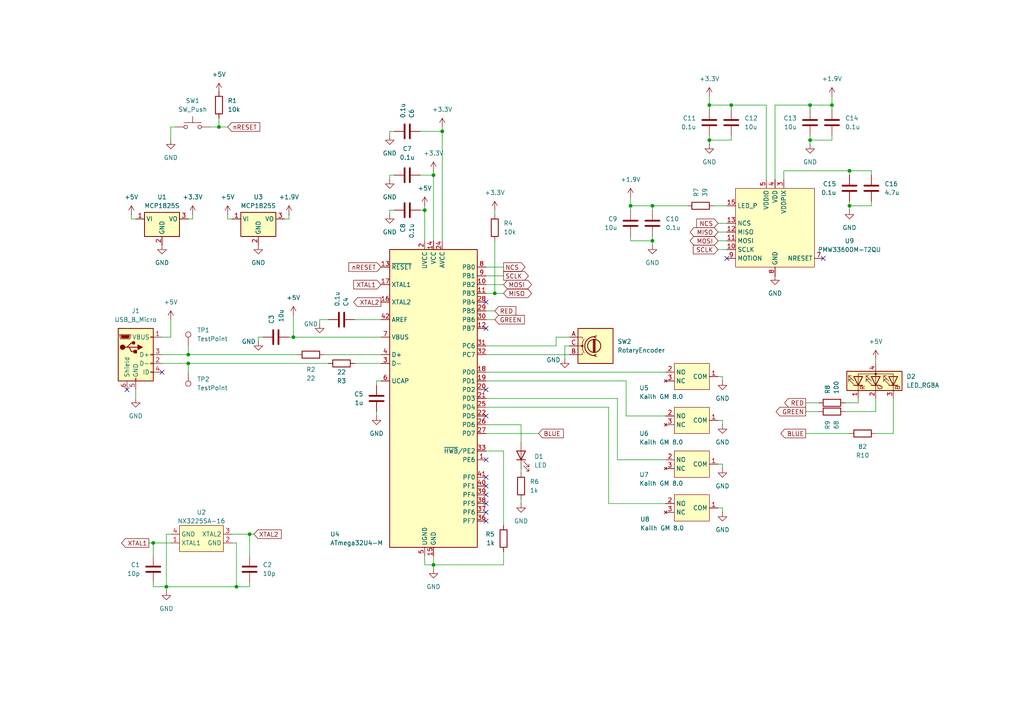
<source format=kicad_sch>
(kicad_sch (version 20231120) (generator "eeschema") (generator_version "8.0")
  (paper "A4")
  (lib_symbols
    (symbol "Connector:TestPoint" (pin_numbers hide) (pin_names (offset 0.762) hide)
      (property "Reference" "TP" (at 0 6.858 0))
      (property "Value" "TestPoint" (at 0 5.08 0))
      (symbol "TestPoint_0_1"
        (circle (center 0 3.302) (radius 0.762))
      )
      (symbol "TestPoint_1_1"
        (pin passive line (at 0 0 90) (length 2.54) (name "1") (number "1"))
      )
    )
    (symbol "Connector:USB_B_Micro" (pin_names (offset 1.016))
      (property "Reference" "J" (at -5.08 11.43 0))
      (property "Value" "USB_B_Micro" (at -5.08 8.89 0))
      (symbol "USB_B_Micro_0_1"
        (rectangle (start -5.08 -7.62) (end 5.08 7.62) (stroke (width 0.254)) (fill (type background)))
        (circle (center -3.81 2.159) (radius 0.635) (stroke (width 0.254)) (fill (type outline)))
        (circle (center -0.635 3.429) (radius 0.381) (stroke (width 0.254)) (fill (type outline)))
        (rectangle (start -0.127 -7.62) (end 0.127 -6.858))
        (polyline (pts (xy -1.905 2.159) (xy 0.635 2.159)) (stroke (width 0.254)))
        (polyline (pts (xy -3.175 2.159) (xy -2.54 2.159) (xy -1.27 3.429) (xy -0.635 3.429)) (stroke (width 0.254)))
        (polyline (pts (xy -2.54 2.159) (xy -1.905 2.159) (xy -1.27 0.889) (xy 0 0.889)) (stroke (width 0.254)))
        (polyline (pts (xy 0.635 2.794) (xy 0.635 1.524) (xy 1.905 2.159) (xy 0.635 2.794)) (stroke (width 0.254)) (fill (type outline)))
        (polyline (pts (xy -4.318 5.588) (xy -1.778 5.588) (xy -2.032 4.826) (xy -4.064 4.826) (xy -4.318 5.588)) (fill (type outline)))
        (polyline (pts (xy -4.699 5.842) (xy -4.699 5.588) (xy -4.445 4.826) (xy -4.445 4.572) (xy -1.651 4.572) (xy -1.651 4.826) (xy -1.397 5.588) (xy -1.397 5.842) (xy -4.699 5.842)))
        (rectangle (start 0.254 1.27) (end -0.508 0.508) (stroke (width 0.254)) (fill (type outline)))
        (rectangle (start 5.08 -5.207) (end 4.318 -4.953))
        (rectangle (start 5.08 -2.667) (end 4.318 -2.413))
        (rectangle (start 5.08 -0.127) (end 4.318 0.127))
        (rectangle (start 5.08 4.953) (end 4.318 5.207))
      )
      (symbol "USB_B_Micro_1_1"
        (pin power_out line (at 7.62 5.08 180) (length 2.54) (name "VBUS") (number "1"))
        (pin bidirectional line (at 7.62 -2.54 180) (length 2.54) (name "D-") (number "2"))
        (pin bidirectional line (at 7.62 0 180) (length 2.54) (name "D+") (number "3"))
        (pin passive line (at 7.62 -5.08 180) (length 2.54) (name "ID") (number "4"))
        (pin power_out line (at 0 -10.16 90) (length 2.54) (name "GND") (number "5"))
        (pin passive line (at -2.54 -10.16 90) (length 2.54) (name "Shield") (number "6"))
      )
    )
    (symbol "Device:C" (pin_numbers hide) (pin_names (offset 0.254))
      (property "Reference" "C" (at 0.635 2.54 0))
      (property "Value" "C" (at 0.635 -2.54 0))
      (symbol "C_0_1"
        (polyline (pts (xy -2.032 -0.762) (xy 2.032 -0.762)) (stroke (width 0.508)))
        (polyline (pts (xy -2.032 0.762) (xy 2.032 0.762)) (stroke (width 0.508)))
      )
      (symbol "C_1_1"
        (pin passive line (at 0 3.81 270) (length 2.794) (name "~") (number "1"))
        (pin passive line (at 0 -3.81 90) (length 2.794) (name "~") (number "2"))
      )
    )
    (symbol "Device:LED" (pin_numbers hide) (pin_names (offset 1.016) hide)
      (property "Reference" "D" (at 0 2.54 0))
      (property "Value" "LED" (at 0 -2.54 0))
      (symbol "LED_0_1"
        (polyline (pts (xy -1.27 -1.27) (xy -1.27 1.27)) (stroke (width 0.254)))
        (polyline (pts (xy -1.27 0) (xy 1.27 0)))
        (polyline (pts (xy 1.27 -1.27) (xy 1.27 1.27) (xy -1.27 0) (xy 1.27 -1.27)) (stroke (width 0.254)))
        (polyline (pts (xy -3.048 -0.762) (xy -4.572 -2.286) (xy -3.81 -2.286) (xy -4.572 -2.286) (xy -4.572 -1.524)))
        (polyline (pts (xy -1.778 -0.762) (xy -3.302 -2.286) (xy -2.54 -2.286) (xy -3.302 -2.286) (xy -3.302 -1.524)))
      )
      (symbol "LED_1_1"
        (pin passive line (at -3.81 0 0) (length 2.54) (name "K") (number "1"))
        (pin passive line (at 3.81 0 180) (length 2.54) (name "A") (number "2"))
      )
    )
    (symbol "Device:LED_RGBA" (pin_names (offset 0) hide)
      (property "Reference" "D" (at 0 9.398 0))
      (property "Value" "LED_RGBA" (at 0 -8.89 0))
      (symbol "LED_RGBA_0_0"
        (text "B" (at -1.905 -6.35 0) (effects (font (size 1.27 1.27))))
        (text "G" (at -1.905 -1.27 0) (effects (font (size 1.27 1.27))))
        (text "R" (at -1.905 3.81 0) (effects (font (size 1.27 1.27))))
      )
      (symbol "LED_RGBA_0_1"
        (polyline (pts (xy -1.27 -5.08) (xy -2.54 -5.08)))
        (polyline (pts (xy -1.27 -5.08) (xy 1.27 -5.08)))
        (polyline (pts (xy -1.27 -3.81) (xy -1.27 -6.35)) (stroke (width 0.254)))
        (polyline (pts (xy -1.27 0) (xy -2.54 0)))
        (polyline (pts (xy -1.27 1.27) (xy -1.27 -1.27)) (stroke (width 0.254)))
        (polyline (pts (xy -1.27 5.08) (xy -2.54 5.08)))
        (polyline (pts (xy -1.27 5.08) (xy 1.27 5.08)))
        (polyline (pts (xy -1.27 6.35) (xy -1.27 3.81)) (stroke (width 0.254)))
        (polyline (pts (xy 1.27 0) (xy -1.27 0)))
        (polyline (pts (xy 1.27 0) (xy 2.54 0)))
        (polyline (pts (xy -1.27 1.27) (xy -1.27 -1.27) (xy -1.27 -1.27)))
        (polyline (pts (xy -1.27 6.35) (xy -1.27 3.81) (xy -1.27 3.81)))
        (polyline (pts (xy 1.27 -5.08) (xy 2.032 -5.08) (xy 2.032 5.08) (xy 1.27 5.08)))
        (polyline (pts (xy 1.27 -3.81) (xy 1.27 -6.35) (xy -1.27 -5.08) (xy 1.27 -3.81)) (stroke (width 0.254)))
        (polyline (pts (xy 1.27 1.27) (xy 1.27 -1.27) (xy -1.27 0) (xy 1.27 1.27)) (stroke (width 0.254)))
        (polyline (pts (xy 1.27 6.35) (xy 1.27 3.81) (xy -1.27 5.08) (xy 1.27 6.35)) (stroke (width 0.254)))
        (polyline (pts (xy -1.016 -3.81) (xy 0.508 -2.286) (xy -0.254 -2.286) (xy 0.508 -2.286) (xy 0.508 -3.048)))
        (polyline (pts (xy -1.016 1.27) (xy 0.508 2.794) (xy -0.254 2.794) (xy 0.508 2.794) (xy 0.508 2.032)))
        (polyline (pts (xy -1.016 6.35) (xy 0.508 7.874) (xy -0.254 7.874) (xy 0.508 7.874) (xy 0.508 7.112)))
        (polyline (pts (xy 0 -3.81) (xy 1.524 -2.286) (xy 0.762 -2.286) (xy 1.524 -2.286) (xy 1.524 -3.048)))
        (polyline (pts (xy 0 1.27) (xy 1.524 2.794) (xy 0.762 2.794) (xy 1.524 2.794) (xy 1.524 2.032)))
        (polyline (pts (xy 0 6.35) (xy 1.524 7.874) (xy 0.762 7.874) (xy 1.524 7.874) (xy 1.524 7.112)))
        (rectangle (start 1.27 -1.27) (end 1.27 1.27))
        (rectangle (start 1.27 1.27) (end 1.27 1.27))
        (rectangle (start 1.27 3.81) (end 1.27 6.35))
        (rectangle (start 1.27 6.35) (end 1.27 6.35))
        (circle (center 2.032 0) (radius 0.254) (fill (type outline)))
        (rectangle (start 2.794 8.382) (end -2.794 -7.62) (stroke (width 0.254)) (fill (type background)))
      )
      (symbol "LED_RGBA_1_1"
        (pin passive line (at -5.08 5.08 0) (length 2.54) (name "RK") (number "1"))
        (pin passive line (at -5.08 0 0) (length 2.54) (name "GK") (number "2"))
        (pin passive line (at -5.08 -5.08 0) (length 2.54) (name "BK") (number "3"))
        (pin passive line (at 5.08 0 180) (length 2.54) (name "A") (number "4"))
      )
    )
    (symbol "Device:R" (pin_numbers hide) (pin_names (offset 0))
      (property "Reference" "R" (at 2.032 0 90))
      (property "Value" "R" (at 0 0 90))
      (symbol "R_0_1"
        (rectangle (start -1.016 -2.54) (end 1.016 2.54) (stroke (width 0.254)))
      )
      (symbol "R_1_1"
        (pin passive line (at 0 3.81 270) (length 1.27) (name "~") (number "1"))
        (pin passive line (at 0 -3.81 90) (length 1.27) (name "~") (number "2"))
      )
    )
    (symbol "Device:RotaryEncoder" (pin_names (offset 0.254) hide)
      (property "Reference" "SW" (at 0 6.604 0))
      (property "Value" "RotaryEncoder" (at 0 -6.604 0))
      (symbol "RotaryEncoder_0_1"
        (rectangle (start -5.08 5.08) (end 5.08 -5.08) (stroke (width 0.254)) (fill (type background)))
        (circle (center -3.81 0) (radius 0.254) (fill (type outline)))
        (circle (center -0.381 0) (radius 1.905) (stroke (width 0.254)))
        (arc (start -0.381 2.667) (mid -3.0988 -0.0635) (end -0.381 -2.794) (stroke (width 0.254)))
        (polyline (pts (xy -0.635 -1.778) (xy -0.635 1.778)) (stroke (width 0.254)))
        (polyline (pts (xy -0.381 -1.778) (xy -0.381 1.778)) (stroke (width 0.254)))
        (polyline (pts (xy -0.127 1.778) (xy -0.127 -1.778)) (stroke (width 0.254)))
        (polyline (pts (xy -5.08 -2.54) (xy -3.81 -2.54) (xy -3.81 -2.032)))
        (polyline (pts (xy -5.08 2.54) (xy -3.81 2.54) (xy -3.81 2.032)))
        (polyline (pts (xy 0.254 -3.048) (xy -0.508 -2.794) (xy 0.127 -2.413)) (stroke (width 0.254)))
        (polyline (pts (xy 0.254 2.921) (xy -0.508 2.667) (xy 0.127 2.286)) (stroke (width 0.254)))
        (polyline (pts (xy -5.08 0) (xy -3.81 0) (xy -3.81 -1.016) (xy -3.302 -2.032)))
        (polyline (pts (xy -4.318 0) (xy -3.81 0) (xy -3.81 1.016) (xy -3.302 2.032)))
      )
      (symbol "RotaryEncoder_1_1"
        (pin passive line (at -7.62 2.54 0) (length 2.54) (name "A") (number "A"))
        (pin passive line (at -7.62 -2.54 0) (length 2.54) (name "B") (number "B"))
        (pin passive line (at -7.62 0 0) (length 2.54) (name "C") (number "C"))
      )
    )
    (symbol "MCU_Microchip_ATmega:ATmega32U4-M"
      (property "Reference" "U" (at -12.7 44.45 0))
      (property "Value" "ATmega32U4-M" (at 2.54 -44.45 0))
      (symbol "ATmega32U4-M_0_1"
        (rectangle (start -12.7 -43.18) (end 12.7 43.18) (stroke (width 0.254)) (fill (type background)))
      )
      (symbol "ATmega32U4-M_1_1"
        (pin bidirectional line (at 15.24 -17.78 180) (length 2.54) (name "PE6") (number "1"))
        (pin bidirectional line (at 15.24 33.02 180) (length 2.54) (name "PB2") (number "10"))
        (pin bidirectional line (at 15.24 30.48 180) (length 2.54) (name "PB3") (number "11"))
        (pin bidirectional line (at 15.24 20.32 180) (length 2.54) (name "PB7") (number "12"))
        (pin input line (at -15.24 38.1 0) (length 2.54) (name "~{RESET}") (number "13"))
        (pin power_in line (at 0 45.72 270) (length 2.54) (name "VCC") (number "14"))
        (pin power_in line (at 0 -45.72 90) (length 2.54) (name "GND") (number "15"))
        (pin output line (at -15.24 27.94 0) (length 2.54) (name "XTAL2") (number "16"))
        (pin input line (at -15.24 33.02 0) (length 2.54) (name "XTAL1") (number "17"))
        (pin bidirectional line (at 15.24 7.62 180) (length 2.54) (name "PD0") (number "18"))
        (pin bidirectional line (at 15.24 5.08 180) (length 2.54) (name "PD1") (number "19"))
        (pin power_in line (at -2.54 45.72 270) (length 2.54) (name "UVCC") (number "2"))
        (pin bidirectional line (at 15.24 2.54 180) (length 2.54) (name "PD2") (number "20"))
        (pin bidirectional line (at 15.24 0 180) (length 2.54) (name "PD3") (number "21"))
        (pin bidirectional line (at 15.24 -5.08 180) (length 2.54) (name "PD5") (number "22"))
        (pin passive line (at 0 -45.72 90) (length 2.54) hide (name "GND") (number "23"))
        (pin power_in line (at 2.54 45.72 270) (length 2.54) (name "AVCC") (number "24"))
        (pin bidirectional line (at 15.24 -2.54 180) (length 2.54) (name "PD4") (number "25"))
        (pin bidirectional line (at 15.24 -7.62 180) (length 2.54) (name "PD6") (number "26"))
        (pin bidirectional line (at 15.24 -10.16 180) (length 2.54) (name "PD7") (number "27"))
        (pin bidirectional line (at 15.24 27.94 180) (length 2.54) (name "PB4") (number "28"))
        (pin bidirectional line (at 15.24 25.4 180) (length 2.54) (name "PB5") (number "29"))
        (pin bidirectional line (at -15.24 10.16 0) (length 2.54) (name "D-") (number "3"))
        (pin bidirectional line (at 15.24 22.86 180) (length 2.54) (name "PB6") (number "30"))
        (pin bidirectional line (at 15.24 15.24 180) (length 2.54) (name "PC6") (number "31"))
        (pin bidirectional line (at 15.24 12.7 180) (length 2.54) (name "PC7") (number "32"))
        (pin bidirectional line (at 15.24 -15.24 180) (length 2.54) (name "~{HWB}/PE2") (number "33"))
        (pin passive line (at 0 45.72 270) (length 2.54) hide (name "VCC") (number "34"))
        (pin passive line (at 0 -45.72 90) (length 2.54) hide (name "GND") (number "35"))
        (pin bidirectional line (at 15.24 -35.56 180) (length 2.54) (name "PF7") (number "36"))
        (pin bidirectional line (at 15.24 -33.02 180) (length 2.54) (name "PF6") (number "37"))
        (pin bidirectional line (at 15.24 -30.48 180) (length 2.54) (name "PF5") (number "38"))
        (pin bidirectional line (at 15.24 -27.94 180) (length 2.54) (name "PF4") (number "39"))
        (pin bidirectional line (at -15.24 12.7 0) (length 2.54) (name "D+") (number "4"))
        (pin bidirectional line (at 15.24 -25.4 180) (length 2.54) (name "PF1") (number "40"))
        (pin bidirectional line (at 15.24 -22.86 180) (length 2.54) (name "PF0") (number "41"))
        (pin passive line (at -15.24 22.86 0) (length 2.54) (name "AREF") (number "42"))
        (pin passive line (at 0 -45.72 90) (length 2.54) hide (name "GND") (number "43"))
        (pin passive line (at 2.54 45.72 270) (length 2.54) hide (name "AVCC") (number "44"))
        (pin passive line (at 0 -45.72 90) (length 2.54) hide (name "GND") (number "45"))
        (pin passive line (at -2.54 -45.72 90) (length 2.54) (name "UGND") (number "5"))
        (pin passive line (at -15.24 5.08 0) (length 2.54) (name "UCAP") (number "6"))
        (pin input line (at -15.24 17.78 0) (length 2.54) (name "VBUS") (number "7"))
        (pin bidirectional line (at 15.24 38.1 180) (length 2.54) (name "PB0") (number "8"))
        (pin bidirectional line (at 15.24 35.56 180) (length 2.54) (name "PB1") (number "9"))
      )
    )
    (symbol "Mouse:Kailh_GM_8.0"
      (property "Reference" "U" (at 0 0 0))
      (property "Value" "Kailh GM 8.0" (at 0 6.604 0))
      (symbol "Kailh_GM_8.0_1_1"
        (rectangle (start -5.08 3.81) (end 5.08 -3.81) (fill (type background)))
        (pin input line (at 7.62 0 180) (length 2.54) (name "COM") (number "1"))
        (pin input line (at -7.62 1.27 0) (length 2.54) (name "NO") (number "2"))
        (pin no_connect line (at -7.62 -1.27 0) (length 2.54) (name "NC") (number "3"))
      )
    )
    (symbol "Mouse:NX3225SA-16"
      (property "Reference" "U" (at 0 0 0))
      (property "Value" "NX3225SA-16" (at 0 5.334 0))
      (symbol "NX3225SA-16_1_1"
        (rectangle (start -6.35 3.81) (end 6.35 -3.81) (fill (type background)))
        (pin output line (at -8.89 -1.27 0) (length 2.54) (name "XTAL1") (number "1"))
        (pin power_in line (at 8.89 -1.27 180) (length 2.54) (name "GND") (number "2"))
        (pin input line (at 8.89 1.27 180) (length 2.54) (name "XTAL2") (number "3"))
        (pin power_in line (at -8.89 1.27 0) (length 2.54) (name "GND") (number "4"))
      )
    )
    (symbol "Mouse:PMW3360DM-T2QU"
      (property "Reference" "U" (at 0 0 0))
      (property "Value" "PMW3360DM-T2QU" (at -14.986 -13.462 0))
      (symbol "PMW3360DM-T2QU_1_1"
        (rectangle (start -11.43 11.43) (end 11.43 -11.43) (fill (type background)))
        (pin no_connect line (at -13.97 8.89 0) (length 2.54) hide (name "NC") (number "1"))
        (pin input line (at 13.97 -6.35 180) (length 2.54) (name "SCLK") (number "10"))
        (pin input line (at 13.97 -3.81 180) (length 2.54) (name "MOSI") (number "11"))
        (pin output line (at 13.97 -1.27 180) (length 2.54) (name "MISO") (number "12"))
        (pin input line (at 13.97 1.27 180) (length 2.54) (name "NCS") (number "13"))
        (pin no_connect line (at 13.97 3.81 180) (length 2.54) hide (name "NC") (number "14"))
        (pin input line (at 13.97 6.35 180) (length 2.54) (name "LED_P") (number "15"))
        (pin no_connect line (at 13.97 8.89 180) (length 2.54) hide (name "NC") (number "16"))
        (pin no_connect line (at -13.97 6.35 0) (length 2.54) hide (name "NC") (number "2"))
        (pin power_out line (at -2.54 13.97 270) (length 2.54) (name "VDDPIX") (number "3"))
        (pin power_in line (at 0 13.97 270) (length 2.54) (name "VDD") (number "4"))
        (pin power_in line (at 2.54 13.97 270) (length 2.54) (name "VDDIO") (number "5"))
        (pin no_connect line (at -13.97 -6.35 0) (length 2.54) hide (name "NC") (number "6"))
        (pin input line (at -13.97 -8.89 0) (length 2.54) (name "NRESET") (number "7"))
        (pin power_in line (at 0 -13.97 90) (length 2.54) (name "GND") (number "8"))
        (pin output line (at 13.97 -8.89 180) (length 2.54) (name "MOTION") (number "9"))
      )
    )
    (symbol "Regulator_Linear:MCP1825S"
      (property "Reference" "U" (at -3.81 3.175 0))
      (property "Value" "MCP1825S" (at 0 3.175 0))
      (symbol "MCP1825S_0_1"
        (rectangle (start -5.08 1.905) (end 5.08 -5.08) (stroke (width 0.254)) (fill (type background)))
      )
      (symbol "MCP1825S_1_1"
        (pin power_in line (at -7.62 0 0) (length 2.54) (name "VI") (number "1"))
        (pin power_in line (at 0 -7.62 90) (length 2.54) (name "GND") (number "2"))
        (pin power_out line (at 7.62 0 180) (length 2.54) (name "VO") (number "3"))
      )
    )
    (symbol "Switch:SW_Push" (pin_numbers hide) (pin_names (offset 1.016) hide)
      (property "Reference" "SW" (at 1.27 2.54 0))
      (property "Value" "SW_Push" (at 0 -1.524 0))
      (symbol "SW_Push_0_1"
        (circle (center -2.032 0) (radius 0.508))
        (polyline (pts (xy 0 1.27) (xy 0 3.048)))
        (polyline (pts (xy 2.54 1.27) (xy -2.54 1.27)))
        (circle (center 2.032 0) (radius 0.508))
        (pin passive line (at -5.08 0 0) (length 2.54) (name "1") (number "1"))
        (pin passive line (at 5.08 0 180) (length 2.54) (name "2") (number "2"))
      )
    )
    (symbol "power:+3.3V" (power) (pin_numbers hide) (pin_names (offset 0) hide)
      (property "Value" "+3.3V" (at 0 3.556 0))
      (symbol "+3.3V_0_1"
        (polyline (pts (xy -0.762 1.27) (xy 0 2.54)))
        (polyline (pts (xy 0 0) (xy 0 2.54)))
        (polyline (pts (xy 0 2.54) (xy 0.762 1.27)))
      )
      (symbol "+3.3V_1_1"
        (pin power_in line (at 0 0 90) (length 0) (name "~") (number "1"))
      )
    )
    (symbol "power:+5V" (power) (pin_numbers hide) (pin_names (offset 0) hide)
      (property "Value" "+5V" (at 0 3.556 0))
      (symbol "+5V_0_1"
        (polyline (pts (xy -0.762 1.27) (xy 0 2.54)))
        (polyline (pts (xy 0 0) (xy 0 2.54)))
        (polyline (pts (xy 0 2.54) (xy 0.762 1.27)))
      )
      (symbol "+5V_1_1"
        (pin power_in line (at 0 0 90) (length 0) (name "~") (number "1"))
      )
    )
    (symbol "power:GND" (power) (pin_numbers hide) (pin_names (offset 0) hide)
      (property "Value" "GND" (at 0 -3.81 0))
      (symbol "GND_0_1"
        (polyline (pts (xy 0 0) (xy 0 -1.27) (xy 1.27 -1.27) (xy 0 -2.54) (xy -1.27 -1.27) (xy 0 -1.27)))
      )
      (symbol "GND_1_1"
        (pin power_in line (at 0 0 270) (length 0) (name "~") (number "1"))
      )
    )
  )
  (junction (at 125.73 50.8))
  (junction (at 54.61 105.41))
  (junction (at 125.73 163.83))
  (junction (at 182.88 59.69))
  (junction (at 246.38 49.53))
  (junction (at 44.45 157.48))
  (junction (at 234.95 30.48))
  (junction (at 189.23 59.69))
  (junction (at 246.38 59.69))
  (junction (at 212.09 30.48))
  (junction (at 205.74 40.64))
  (junction (at 234.95 40.64))
  (junction (at 72.39 154.94))
  (junction (at 205.74 30.48))
  (junction (at 123.19 60.96))
  (junction (at 143.51 85.09))
  (junction (at 189.23 69.85))
  (junction (at 85.09 97.79))
  (junction (at 63.5 36.83))
  (junction (at 128.27 38.1))
  (junction (at 48.26 170.18))
  (junction (at 241.3 30.48))
  (junction (at 54.61 102.87))
  (junction (at 68.58 170.18))
  (no_connect (at 46.99 107.95))
  (no_connect (at 140.97 148.59))
  (no_connect (at 140.97 140.97))
  (no_connect (at 36.83 113.03))
  (no_connect (at 140.97 113.03))
  (no_connect (at 140.97 120.65))
  (no_connect (at 140.97 133.35))
  (no_connect (at 238.76 74.93))
  (no_connect (at 140.97 146.05))
  (no_connect (at 140.97 138.43))
  (no_connect (at 140.97 95.25))
  (no_connect (at 140.97 143.51))
  (no_connect (at 140.97 87.63))
  (no_connect (at 140.97 151.13))
  (no_connect (at 210.82 74.93))
  (wire (pts (xy 54.61 105.41) (xy 95.25 105.41)))
  (wire (pts (xy 125.73 50.8) (xy 125.73 69.85)))
  (wire (pts (xy 212.09 30.48) (xy 222.25 30.48)))
  (wire (pts (xy 208.28 64.77) (xy 210.82 64.77)))
  (wire (pts (xy 54.61 100.33) (xy 54.61 102.87)))
  (wire (pts (xy 83.82 97.79) (xy 85.09 97.79)))
  (wire (pts (xy 246.38 58.42) (xy 246.38 59.69)))
  (wire (pts (xy 182.88 59.69) (xy 182.88 60.96)))
  (wire (pts (xy 143.51 85.09) (xy 140.97 85.09)))
  (wire (pts (xy 241.3 40.64) (xy 234.95 40.64)))
  (wire (pts (xy 208.28 121.92) (xy 209.55 121.92)))
  (wire (pts (xy 113.03 60.96) (xy 114.3 60.96)))
  (wire (pts (xy 63.5 36.83) (xy 66.04 36.83)))
  (wire (pts (xy 208.28 134.62) (xy 209.55 134.62)))
  (wire (pts (xy 125.73 49.53) (xy 125.73 50.8)))
  (wire (pts (xy 140.97 102.87) (xy 165.1 102.87)))
  (wire (pts (xy 49.53 36.83) (xy 50.8 36.83)))
  (wire (pts (xy 205.74 27.94) (xy 205.74 30.48)))
  (wire (pts (xy 212.09 39.37) (xy 212.09 40.64)))
  (wire (pts (xy 248.92 116.84) (xy 248.92 115.57)))
  (wire (pts (xy 54.61 102.87) (xy 86.36 102.87)))
  (wire (pts (xy 76.2 97.79) (xy 74.93 97.79)))
  (wire (pts (xy 199.39 59.69) (xy 189.23 59.69)))
  (wire (pts (xy 113.03 38.1) (xy 113.03 39.37)))
  (wire (pts (xy 66.04 62.23) (xy 66.04 63.5)))
  (wire (pts (xy 92.71 92.71) (xy 95.25 92.71)))
  (wire (pts (xy 113.03 50.8) (xy 114.3 50.8)))
  (wire (pts (xy 246.38 59.69) (xy 246.38 60.96)))
  (wire (pts (xy 63.5 34.29) (xy 63.5 36.83)))
  (wire (pts (xy 205.74 30.48) (xy 212.09 30.48)))
  (wire (pts (xy 140.97 82.55) (xy 146.05 82.55)))
  (wire (pts (xy 182.88 68.58) (xy 182.88 69.85)))
  (wire (pts (xy 245.11 119.38) (xy 254 119.38)))
  (wire (pts (xy 92.71 93.98) (xy 92.71 92.71)))
  (wire (pts (xy 234.95 30.48) (xy 234.95 31.75)))
  (wire (pts (xy 151.13 135.89) (xy 151.13 137.16)))
  (wire (pts (xy 125.73 161.29) (xy 125.73 163.83)))
  (wire (pts (xy 68.58 157.48) (xy 67.31 157.48)))
  (wire (pts (xy 54.61 63.5) (xy 55.88 63.5)))
  (wire (pts (xy 143.51 60.96) (xy 143.51 62.23)))
  (wire (pts (xy 151.13 144.78) (xy 151.13 146.05)))
  (wire (pts (xy 151.13 123.19) (xy 140.97 123.19)))
  (wire (pts (xy 140.97 110.49) (xy 181.61 110.49)))
  (wire (pts (xy 259.08 115.57) (xy 259.08 125.73)))
  (wire (pts (xy 46.99 102.87) (xy 54.61 102.87)))
  (wire (pts (xy 39.37 113.03) (xy 39.37 115.57)))
  (wire (pts (xy 55.88 62.23) (xy 55.88 63.5)))
  (wire (pts (xy 163.83 100.33) (xy 165.1 100.33)))
  (wire (pts (xy 140.97 130.81) (xy 146.05 130.81)))
  (wire (pts (xy 179.07 133.35) (xy 179.07 115.57)))
  (wire (pts (xy 205.74 30.48) (xy 205.74 31.75)))
  (wire (pts (xy 143.51 85.09) (xy 146.05 85.09)))
  (wire (pts (xy 176.53 146.05) (xy 176.53 118.11)))
  (wire (pts (xy 234.95 39.37) (xy 234.95 40.64)))
  (wire (pts (xy 233.68 119.38) (xy 237.49 119.38)))
  (wire (pts (xy 67.31 63.5) (xy 66.04 63.5)))
  (wire (pts (xy 82.55 63.5) (xy 83.82 63.5)))
  (wire (pts (xy 109.22 119.38) (xy 109.22 120.65)))
  (wire (pts (xy 254 115.57) (xy 254 119.38)))
  (wire (pts (xy 146.05 163.83) (xy 146.05 160.02)))
  (wire (pts (xy 189.23 59.69) (xy 182.88 59.69)))
  (wire (pts (xy 209.55 121.92) (xy 209.55 123.19)))
  (wire (pts (xy 44.45 157.48) (xy 49.53 157.48)))
  (wire (pts (xy 140.97 100.33) (xy 161.29 100.33)))
  (wire (pts (xy 181.61 120.65) (xy 193.04 120.65)))
  (wire (pts (xy 102.87 105.41) (xy 110.49 105.41)))
  (wire (pts (xy 233.68 116.84) (xy 237.49 116.84)))
  (wire (pts (xy 49.53 92.71) (xy 49.53 97.79)))
  (wire (pts (xy 161.29 97.79) (xy 165.1 97.79)))
  (wire (pts (xy 109.22 110.49) (xy 110.49 110.49)))
  (wire (pts (xy 67.31 154.94) (xy 72.39 154.94)))
  (wire (pts (xy 102.87 92.71) (xy 110.49 92.71)))
  (wire (pts (xy 38.1 63.5) (xy 39.37 63.5)))
  (wire (pts (xy 176.53 146.05) (xy 193.04 146.05)))
  (wire (pts (xy 140.97 92.71) (xy 143.51 92.71)))
  (wire (pts (xy 222.25 30.48) (xy 222.25 52.07)))
  (wire (pts (xy 205.74 39.37) (xy 205.74 40.64)))
  (wire (pts (xy 241.3 30.48) (xy 234.95 30.48)))
  (wire (pts (xy 85.09 97.79) (xy 110.49 97.79)))
  (wire (pts (xy 48.26 170.18) (xy 48.26 171.45)))
  (wire (pts (xy 179.07 133.35) (xy 193.04 133.35)))
  (wire (pts (xy 46.99 97.79) (xy 49.53 97.79)))
  (wire (pts (xy 181.61 120.65) (xy 181.61 110.49)))
  (wire (pts (xy 233.68 125.73) (xy 246.38 125.73)))
  (wire (pts (xy 123.19 59.69) (xy 123.19 60.96)))
  (wire (pts (xy 72.39 161.29) (xy 72.39 154.94)))
  (wire (pts (xy 254 125.73) (xy 259.08 125.73)))
  (wire (pts (xy 113.03 38.1) (xy 114.3 38.1)))
  (wire (pts (xy 121.92 50.8) (xy 125.73 50.8)))
  (wire (pts (xy 246.38 50.8) (xy 246.38 49.53)))
  (wire (pts (xy 43.18 157.48) (xy 44.45 157.48)))
  (wire (pts (xy 48.26 170.18) (xy 68.58 170.18)))
  (wire (pts (xy 245.11 116.84) (xy 248.92 116.84)))
  (wire (pts (xy 205.74 40.64) (xy 205.74 41.91)))
  (wire (pts (xy 140.97 125.73) (xy 156.21 125.73)))
  (wire (pts (xy 227.33 49.53) (xy 227.33 52.07)))
  (wire (pts (xy 38.1 62.23) (xy 38.1 63.5)))
  (wire (pts (xy 113.03 60.96) (xy 113.03 62.23)))
  (wire (pts (xy 68.58 157.48) (xy 68.58 170.18)))
  (wire (pts (xy 123.19 163.83) (xy 123.19 161.29)))
  (wire (pts (xy 209.55 147.32) (xy 209.55 148.59)))
  (wire (pts (xy 121.92 38.1) (xy 128.27 38.1)))
  (wire (pts (xy 140.97 90.17) (xy 143.51 90.17)))
  (wire (pts (xy 252.73 58.42) (xy 252.73 59.69)))
  (wire (pts (xy 209.55 109.22) (xy 209.55 110.49)))
  (wire (pts (xy 151.13 128.27) (xy 151.13 123.19)))
  (wire (pts (xy 208.28 69.85) (xy 210.82 69.85)))
  (wire (pts (xy 44.45 168.91) (xy 44.45 170.18)))
  (wire (pts (xy 182.88 57.15) (xy 182.88 59.69)))
  (wire (pts (xy 246.38 49.53) (xy 252.73 49.53)))
  (wire (pts (xy 252.73 59.69) (xy 246.38 59.69)))
  (wire (pts (xy 210.82 59.69) (xy 207.01 59.69)))
  (wire (pts (xy 140.97 118.11) (xy 176.53 118.11)))
  (wire (pts (xy 246.38 49.53) (xy 227.33 49.53)))
  (wire (pts (xy 68.58 170.18) (xy 72.39 170.18)))
  (wire (pts (xy 143.51 69.85) (xy 143.51 85.09)))
  (wire (pts (xy 93.98 102.87) (xy 110.49 102.87)))
  (wire (pts (xy 44.45 157.48) (xy 44.45 161.29)))
  (wire (pts (xy 209.55 134.62) (xy 209.55 135.89)))
  (wire (pts (xy 208.28 72.39) (xy 210.82 72.39)))
  (wire (pts (xy 212.09 40.64) (xy 205.74 40.64)))
  (wire (pts (xy 128.27 36.83) (xy 128.27 38.1)))
  (wire (pts (xy 48.26 154.94) (xy 48.26 170.18)))
  (wire (pts (xy 146.05 130.81) (xy 146.05 152.4)))
  (wire (pts (xy 121.92 60.96) (xy 123.19 60.96)))
  (wire (pts (xy 46.99 105.41) (xy 54.61 105.41)))
  (wire (pts (xy 140.97 80.01) (xy 146.05 80.01)))
  (wire (pts (xy 146.05 163.83) (xy 125.73 163.83)))
  (wire (pts (xy 140.97 115.57) (xy 179.07 115.57)))
  (wire (pts (xy 140.97 107.95) (xy 193.04 107.95)))
  (wire (pts (xy 54.61 105.41) (xy 54.61 107.95)))
  (wire (pts (xy 208.28 67.31) (xy 210.82 67.31)))
  (wire (pts (xy 234.95 30.48) (xy 224.79 30.48)))
  (wire (pts (xy 49.53 154.94) (xy 48.26 154.94)))
  (wire (pts (xy 241.3 27.94) (xy 241.3 30.48)))
  (wire (pts (xy 60.96 36.83) (xy 63.5 36.83)))
  (wire (pts (xy 113.03 50.8) (xy 113.03 52.07)))
  (wire (pts (xy 49.53 40.64) (xy 49.53 36.83)))
  (wire (pts (xy 189.23 68.58) (xy 189.23 69.85)))
  (wire (pts (xy 44.45 170.18) (xy 48.26 170.18)))
  (wire (pts (xy 241.3 31.75) (xy 241.3 30.48)))
  (wire (pts (xy 83.82 62.23) (xy 83.82 63.5)))
  (wire (pts (xy 163.83 104.14) (xy 163.83 100.33)))
  (wire (pts (xy 252.73 49.53) (xy 252.73 50.8)))
  (wire (pts (xy 212.09 31.75) (xy 212.09 30.48)))
  (wire (pts (xy 125.73 163.83) (xy 125.73 165.1)))
  (wire (pts (xy 109.22 111.76) (xy 109.22 110.49)))
  (wire (pts (xy 85.09 91.44) (xy 85.09 97.79)))
  (wire (pts (xy 208.28 109.22) (xy 209.55 109.22)))
  (wire (pts (xy 74.93 97.79) (xy 74.93 99.06)))
  (wire (pts (xy 161.29 100.33) (xy 161.29 97.79)))
  (wire (pts (xy 125.73 163.83) (xy 123.19 163.83)))
  (wire (pts (xy 72.39 154.94) (xy 73.66 154.94)))
  (wire (pts (xy 224.79 30.48) (xy 224.79 52.07)))
  (wire (pts (xy 254 104.14) (xy 254 105.41)))
  (wire (pts (xy 128.27 38.1) (xy 128.27 69.85)))
  (wire (pts (xy 189.23 59.69) (xy 189.23 60.96)))
  (wire (pts (xy 234.95 40.64) (xy 234.95 41.91)))
  (wire (pts (xy 189.23 69.85) (xy 182.88 69.85)))
  (wire (pts (xy 189.23 69.85) (xy 189.23 71.12)))
  (wire (pts (xy 241.3 39.37) (xy 241.3 40.64)))
  (wire (pts (xy 72.39 168.91) (xy 72.39 170.18)))
  (wire (pts (xy 140.97 77.47) (xy 146.05 77.47)))
  (wire (pts (xy 123.19 60.96) (xy 123.19 69.85)))
  (wire (pts (xy 208.28 147.32) (xy 209.55 147.32)))
  (global_label "nRESET" (shape input) (at 110.49 77.47 180) (property "Intersheetrefs" "${INTERSHEET_REFS}" (effects (hide yes))))
  (global_label "GREEN" (shape output) (at 233.68 119.38 180) (property "Intersheetrefs" "${INTERSHEET_REFS}" (effects (hide yes))))
  (global_label "SCLK" (shape input) (at 208.28 72.39 180) (property "Intersheetrefs" "${INTERSHEET_REFS}" (effects (hide yes))))
  (global_label "MISO" (shape bidirectional) (at 146.05 85.09 0) (property "Intersheetrefs" "${INTERSHEET_REFS}" (effects (hide yes))))
  (global_label "XTAL1" (shape input) (at 110.49 82.55 180) (property "Intersheetrefs" "${INTERSHEET_REFS}" (effects (hide yes))))
  (global_label "XTAL1" (shape output) (at 43.18 157.48 180) (property "Intersheetrefs" "${INTERSHEET_REFS}" (effects (hide yes))))
  (global_label "RED" (shape output) (at 233.68 116.84 180) (property "Intersheetrefs" "${INTERSHEET_REFS}" (effects (hide yes))))
  (global_label "BLUE" (shape output) (at 233.68 125.73 180) (property "Intersheetrefs" "${INTERSHEET_REFS}" (effects (hide yes))))
  (global_label "NCS" (shape output) (at 146.05 77.47 0) (property "Intersheetrefs" "${INTERSHEET_REFS}" (effects (hide yes))))
  (global_label "MISO" (shape bidirectional) (at 208.28 67.31 180) (property "Intersheetrefs" "${INTERSHEET_REFS}" (effects (hide yes))))
  (global_label "BLUE" (shape input) (at 156.21 125.73 0) (property "Intersheetrefs" "${INTERSHEET_REFS}" (effects (hide yes))))
  (global_label "XTAL2" (shape input) (at 73.66 154.94 0) (property "Intersheetrefs" "${INTERSHEET_REFS}" (effects (hide yes))))
  (global_label "MOSI" (shape bidirectional) (at 208.28 69.85 180) (property "Intersheetrefs" "${INTERSHEET_REFS}" (effects (hide yes))))
  (global_label "GREEN" (shape input) (at 143.51 92.71 0) (property "Intersheetrefs" "${INTERSHEET_REFS}" (effects (hide yes))))
  (global_label "XTAL2" (shape output) (at 110.49 87.63 180) (property "Intersheetrefs" "${INTERSHEET_REFS}" (effects (hide yes))))
  (global_label "NCS" (shape input) (at 208.28 64.77 180) (property "Intersheetrefs" "${INTERSHEET_REFS}" (effects (hide yes))))
  (global_label "nRESET" (shape input) (at 66.04 36.83 0) (property "Intersheetrefs" "${INTERSHEET_REFS}" (effects (hide yes))))
  (global_label "RED" (shape input) (at 143.51 90.17 0) (property "Intersheetrefs" "${INTERSHEET_REFS}" (effects (hide yes))))
  (global_label "SCLK" (shape output) (at 146.05 80.01 0) (property "Intersheetrefs" "${INTERSHEET_REFS}" (effects (hide yes))))
  (global_label "MOSI" (shape bidirectional) (at 146.05 82.55 0) (property "Intersheetrefs" "${INTERSHEET_REFS}" (effects (hide yes))))
  (symbol (lib_id "power:GND") (at 46.99 71.12 0) (unit 1)
    (property "Reference" "#PWR03" (effects (hide yes)))
    (property "Value" "GND" (at 46.99 76.2 0))
    (property "Description" "Power symbol creates a global label with name \"GND\" , ground" (effects (hide yes)))
  )
  (symbol (lib_id "power:GND") (at 209.55 123.19 0) (unit 1)
    (property "Reference" "#PWR031" (effects (hide yes)))
    (property "Value" "GND" (at 209.55 128.27 0))
    (property "Description" "Power symbol creates a global label with name \"GND\" , ground" (effects (hide yes)))
  )
  (symbol (lib_id "power:GND") (at 109.22 120.65 0) (unit 1)
    (property "Reference" "#PWR015" (effects (hide yes)))
    (property "Value" "GND" (at 109.22 125.73 0))
    (property "Description" "Power symbol creates a global label with name \"GND\" , ground" (effects (hide yes)))
  )
  (symbol (lib_id "Device:C") (at 246.38 54.61 0) (mirror y) (unit 1)
    (property "Reference" "C15" (at 242.57 53.3399 0) (effects (justify left)))
    (property "Value" "0.1u" (at 242.57 55.8799 0) (effects (justify left)))
    (property "Footprint" "Capacitor_SMD:C_0402_1005Metric" (effects (hide yes)))
    (property "Description" "Unpolarized capacitor" (effects (hide yes)))
  )
  (symbol (lib_id "power:GND") (at 209.55 110.49 0) (unit 1)
    (property "Reference" "#PWR030" (effects (hide yes)))
    (property "Value" "GND" (at 209.55 115.57 0))
    (property "Description" "Power symbol creates a global label with name \"GND\" , ground" (effects (hide yes)))
  )
  (symbol (lib_id "Device:R") (at 203.2 59.69 90) (unit 1)
    (property "Reference" "R7" (at 201.9299 57.15 0) (effects (justify left)))
    (property "Value" "39" (at 204.4699 57.15 0) (effects (justify left)))
    (property "Footprint" "Resistor_THT:R_Axial_DIN0204_L3.6mm_D1.6mm_P7.62mm_Horizontal" (effects (hide yes)))
    (property "Description" "Resistor" (effects (hide yes)))
  )
  (symbol (lib_id "MCU_Microchip_ATmega:ATmega32U4-M") (at 125.73 115.57 0) (unit 1)
    (property "Reference" "U4" (at 95.758 154.94 0) (effects (justify left)))
    (property "Value" "ATmega32U4-M" (at 95.758 157.48 0) (effects (justify left)))
    (property "Footprint" "Mouse:QFN-44-1EP_7x7mm_P0.5mm_EP5.2x5.2mm_noGNDPlane" (effects (hide yes)))
    (property "Datasheet" "http://ww1.microchip.com/downloads/en/DeviceDoc/Atmel-7766-8-bit-AVR-ATmega16U4-32U4_Datasheet.pdf" (effects (hide yes)))
    (property "Description" "16MHz, 32kB Flash, 2.5kB SRAM, 1kB EEPROM, USB 2.0, QFN-44" (effects (hide yes)))
  )
  (symbol (lib_id "Device:C") (at 118.11 38.1 270) (mirror x) (unit 1)
    (property "Reference" "C6" (at 119.3801 34.29 0) (effects (justify left)))
    (property "Value" "0.1u" (at 116.8401 34.29 0) (effects (justify left)))
    (property "Footprint" "Capacitor_SMD:C_0402_1005Metric" (effects (hide yes)))
    (property "Description" "Unpolarized capacitor" (effects (hide yes)))
  )
  (symbol (lib_id "Device:C") (at 212.09 35.56 0) (unit 1)
    (property "Reference" "C12" (at 215.9 34.2899 0) (effects (justify left)))
    (property "Value" "10u" (at 215.9 36.8299 0) (effects (justify left)))
    (property "Footprint" "Capacitor_SMD:C_0805_2012Metric" (effects (hide yes)))
    (property "Description" "Unpolarized capacitor" (effects (hide yes)))
  )
  (symbol (lib_id "Device:R") (at 151.13 140.97 0) (unit 1)
    (property "Reference" "R6" (at 153.67 139.6999 0) (effects (justify left)))
    (property "Value" "1k" (at 153.67 142.2399 0) (effects (justify left)))
    (property "Footprint" "Resistor_THT:R_Axial_DIN0207_L6.3mm_D2.5mm_P10.16mm_Horizontal" (effects (hide yes)))
    (property "Description" "Resistor" (effects (hide yes)))
  )
  (symbol (lib_id "power:GND") (at 224.79 80.01 0) (mirror y) (unit 1)
    (property "Reference" "#PWR034" (effects (hide yes)))
    (property "Value" "GND" (at 224.79 85.09 0))
    (property "Description" "Power symbol creates a global label with name \"GND\" , ground" (effects (hide yes)))
  )
  (symbol (lib_id "power:GND") (at 234.95 41.91 0) (mirror y) (unit 1)
    (property "Reference" "#PWR035" (effects (hide yes)))
    (property "Value" "GND" (at 234.95 46.99 0))
    (property "Description" "Power symbol creates a global label with name \"GND\" , ground" (effects (hide yes)))
  )
  (symbol (lib_id "Device:R") (at 250.19 125.73 90) (mirror x) (unit 1)
    (property "Reference" "R10" (at 250.19 132.08 90))
    (property "Value" "82" (at 250.19 129.54 90))
    (property "Footprint" "Resistor_THT:R_Axial_DIN0204_L3.6mm_D1.6mm_P7.62mm_Horizontal" (effects (hide yes)))
    (property "Description" "Resistor" (effects (hide yes)))
  )
  (symbol (lib_id "Device:R") (at 90.17 102.87 90) (unit 1)
    (property "Reference" "R2" (at 90.17 107.188 90))
    (property "Value" "22" (at 90.17 109.728 90))
    (property "Footprint" "Resistor_THT:R_Axial_DIN0204_L3.6mm_D1.6mm_P7.62mm_Horizontal" (effects (hide yes)))
    (property "Description" "Resistor" (effects (hide yes)))
  )
  (symbol (lib_id "power:+5V") (at 254 104.14 0) (unit 1)
    (property "Reference" "#PWR038" (effects (hide yes)))
    (property "Value" "+5V" (at 254 99.06 0))
    (property "Description" "Power symbol creates a global label with name \"+5V\"" (effects (hide yes)))
  )
  (symbol (lib_id "Connector:TestPoint") (at 54.61 107.95 180) (unit 1)
    (property "Reference" "TP2" (at 57.15 109.9819 0) (effects (justify right)))
    (property "Value" "TestPoint" (at 57.15 112.5219 0) (effects (justify right)))
    (property "Footprint" "TestPoint:TestPoint_THTPad_D2.0mm_Drill1.0mm" (effects (hide yes)))
    (property "Description" "test point" (effects (hide yes)))
  )
  (symbol (lib_id "power:GND") (at 209.55 135.89 0) (unit 1)
    (property "Reference" "#PWR032" (effects (hide yes)))
    (property "Value" "GND" (at 209.55 140.97 0))
    (property "Description" "Power symbol creates a global label with name \"GND\" , ground" (effects (hide yes)))
  )
  (symbol (lib_id "Device:C") (at 109.22 115.57 0) (mirror y) (unit 1)
    (property "Reference" "C5" (at 105.41 114.3 0) (effects (justify left)))
    (property "Value" "1u" (at 105.41 116.84 0) (effects (justify left)))
    (property "Footprint" "Capacitor_SMD:C_0603_1608Metric" (effects (hide yes)))
    (property "Description" "Unpolarized capacitor" (effects (hide yes)))
  )
  (symbol (lib_id "power:+5V") (at 123.19 59.69 0) (unit 1)
    (property "Reference" "#PWR019" (effects (hide yes)))
    (property "Value" "+5V" (at 123.19 54.61 0))
    (property "Description" "Power symbol creates a global label with name \"+5V\"" (effects (hide yes)))
  )
  (symbol (lib_id "power:+3.3V") (at 83.82 62.23 0) (unit 1)
    (property "Reference" "#PWR012" (effects (hide yes)))
    (property "Value" "+1.9V" (at 83.82 57.15 0))
    (property "Description" "Power symbol creates a global label with name \"+3.3V\"" (effects (hide yes)))
  )
  (symbol (lib_id "Device:R") (at 143.51 66.04 0) (unit 1)
    (property "Reference" "R4" (at 146.05 64.7699 0) (effects (justify left)))
    (property "Value" "10k" (at 146.05 67.3099 0) (effects (justify left)))
    (property "Footprint" "Resistor_THT:R_Axial_DIN0207_L6.3mm_D2.5mm_P10.16mm_Horizontal" (effects (hide yes)))
    (property "Description" "Resistor" (effects (hide yes)))
  )
  (symbol (lib_id "Device:C") (at 80.01 97.79 90) (unit 1)
    (property "Reference" "C3" (at 78.7399 93.98 0) (effects (justify left)))
    (property "Value" "10u" (at 81.534 93.472 0) (effects (justify left)))
    (property "Footprint" "Capacitor_SMD:C_0402_1005Metric" (effects (hide yes)))
    (property "Description" "Unpolarized capacitor" (effects (hide yes)))
  )
  (symbol (lib_id "Mouse:Kailh_GM_8.0") (at 200.66 134.62 0) (unit 1)
    (property "Reference" "U7" (at 185.42 137.668 0) (effects (justify left)))
    (property "Value" "Kailh GM 8.0" (at 185.42 140.208 0) (effects (justify left)))
    (property "Footprint" "Mouse:Kailh_GM_8.0" (effects (hide yes)))
  )
  (symbol (lib_id "Device:RotaryEncoder") (at 172.72 100.33 0) (unit 1)
    (property "Reference" "SW2" (at 179.07 99.0599 0) (effects (justify left)))
    (property "Value" "RotaryEncoder" (at 179.07 101.5999 0) (effects (justify left)))
    (property "Footprint" "Mouse:Encoder_TTC_Silver" (effects (hide yes)))
    (property "Description" "Rotary encoder, dual channel, incremental quadrate outputs" (effects (hide yes)))
  )
  (symbol (lib_id "power:+3.3V") (at 55.88 62.23 0) (unit 1)
    (property "Reference" "#PWR07" (effects (hide yes)))
    (property "Value" "+3.3V" (at 55.88 57.15 0))
    (property "Description" "Power symbol creates a global label with name \"+3.3V\"" (effects (hide yes)))
  )
  (symbol (lib_id "power:GND") (at 113.03 62.23 0) (unit 1)
    (property "Reference" "#PWR018" (effects (hide yes)))
    (property "Value" "GND" (at 113.03 67.31 0))
    (property "Description" "Power symbol creates a global label with name \"GND\" , ground" (effects (hide yes)))
  )
  (symbol (lib_id "power:+3.3V") (at 125.73 49.53 0) (unit 1)
    (property "Reference" "#PWR020" (effects (hide yes)))
    (property "Value" "+3.3V" (at 125.73 44.45 0))
    (property "Description" "Power symbol creates a global label with name \"+3.3V\"" (effects (hide yes)))
  )
  (symbol (lib_id "power:GND") (at 49.53 40.64 0) (unit 1)
    (property "Reference" "#PWR05" (effects (hide yes)))
    (property "Value" "GND" (at 49.53 45.72 0))
    (property "Description" "Power symbol creates a global label with name \"GND\" , ground" (effects (hide yes)))
  )
  (symbol (lib_id "Device:R") (at 99.06 105.41 270) (unit 1)
    (property "Reference" "R3" (at 99.06 110.49 90))
    (property "Value" "22" (at 99.06 107.95 90))
    (property "Footprint" "Resistor_THT:R_Axial_DIN0204_L3.6mm_D1.6mm_P7.62mm_Horizontal" (effects (hide yes)))
    (property "Description" "Resistor" (effects (hide yes)))
  )
  (symbol (lib_id "power:GND") (at 205.74 41.91 0) (mirror y) (unit 1)
    (property "Reference" "#PWR029" (effects (hide yes)))
    (property "Value" "GND" (at 205.74 46.99 0))
    (property "Description" "Power symbol creates a global label with name \"GND\" , ground" (effects (hide yes)))
  )
  (symbol (lib_id "Device:C") (at 182.88 64.77 0) (mirror y) (unit 1)
    (property "Reference" "C9" (at 179.07 63.4999 0) (effects (justify left)))
    (property "Value" "10u" (at 179.07 66.0399 0) (effects (justify left)))
    (property "Footprint" "Capacitor_SMD:C_0805_2012Metric" (effects (hide yes)))
    (property "Description" "Unpolarized capacitor" (effects (hide yes)))
  )
  (symbol (lib_id "power:GND") (at 113.03 39.37 0) (mirror y) (unit 1)
    (property "Reference" "#PWR016" (effects (hide yes)))
    (property "Value" "GND" (at 113.03 44.45 0))
    (property "Description" "Power symbol creates a global label with name \"GND\" , ground" (effects (hide yes)))
  )
  (symbol (lib_id "power:GND") (at 74.93 99.06 0) (unit 1)
    (property "Reference" "#PWR011" (effects (hide yes)))
    (property "Value" "GND" (at 72.136 99.06 0))
    (property "Description" "Power symbol creates a global label with name \"GND\" , ground" (effects (hide yes)))
  )
  (symbol (lib_id "power:+3.3V") (at 241.3 27.94 0) (unit 1)
    (property "Reference" "#PWR036" (effects (hide yes)))
    (property "Value" "+1.9V" (at 241.3 22.86 0))
    (property "Description" "Power symbol creates a global label with name \"+3.3V\"" (effects (hide yes)))
  )
  (symbol (lib_id "Mouse:Kailh_GM_8.0") (at 200.66 109.22 0) (unit 1)
    (property "Reference" "U5" (at 185.42 112.522 0) (effects (justify left)))
    (property "Value" "Kailh GM 8.0" (at 185.42 115.062 0) (effects (justify left)))
    (property "Footprint" "Mouse:Kailh_GM_8.0" (effects (hide yes)))
  )
  (symbol (lib_id "power:+3.3V") (at 143.51 60.96 0) (unit 1)
    (property "Reference" "#PWR023" (effects (hide yes)))
    (property "Value" "+3.3V" (at 143.51 55.88 0))
    (property "Description" "Power symbol creates a global label with name \"+3.3V\"" (effects (hide yes)))
  )
  (symbol (lib_id "power:+5V") (at 49.53 92.71 0) (unit 1)
    (property "Reference" "#PWR06" (effects (hide yes)))
    (property "Value" "+5V" (at 49.53 87.63 0))
    (property "Description" "Power symbol creates a global label with name \"+5V\"" (effects (hide yes)))
  )
  (symbol (lib_id "Device:R") (at 146.05 156.21 0) (mirror y) (unit 1)
    (property "Reference" "R5" (at 143.51 154.9399 0) (effects (justify left)))
    (property "Value" "1k" (at 143.51 157.4799 0) (effects (justify left)))
    (property "Footprint" "Resistor_THT:R_Axial_DIN0207_L6.3mm_D2.5mm_P10.16mm_Horizontal" (effects (hide yes)))
    (property "Description" "Resistor" (effects (hide yes)))
  )
  (symbol (lib_id "Device:C") (at 205.74 35.56 0) (mirror y) (unit 1)
    (property "Reference" "C11" (at 201.93 34.2899 0) (effects (justify left)))
    (property "Value" "0.1u" (at 201.93 36.8299 0) (effects (justify left)))
    (property "Footprint" "Capacitor_SMD:C_0402_1005Metric" (effects (hide yes)))
    (property "Description" "Unpolarized capacitor" (effects (hide yes)))
  )
  (symbol (lib_id "Device:C") (at 189.23 64.77 0) (unit 1)
    (property "Reference" "C10" (at 193.04 63.4999 0) (effects (justify left)))
    (property "Value" "0.1u" (at 193.04 66.0399 0) (effects (justify left)))
    (property "Footprint" "Capacitor_SMD:C_0402_1005Metric" (effects (hide yes)))
    (property "Description" "Unpolarized capacitor" (effects (hide yes)))
  )
  (symbol (lib_id "power:GND") (at 246.38 60.96 0) (mirror y) (unit 1)
    (property "Reference" "#PWR037" (effects (hide yes)))
    (property "Value" "GND" (at 246.38 66.04 0))
    (property "Description" "Power symbol creates a global label with name \"GND\" , ground" (effects (hide yes)))
  )
  (symbol (lib_id "power:+5V") (at 63.5 26.67 0) (unit 1)
    (property "Reference" "#PWR08" (effects (hide yes)))
    (property "Value" "+5V" (at 63.5 21.59 0))
    (property "Description" "Power symbol creates a global label with name \"+5V\"" (effects (hide yes)))
  )
  (symbol (lib_id "power:+3.3V") (at 128.27 36.83 0) (unit 1)
    (property "Reference" "#PWR022" (effects (hide yes)))
    (property "Value" "+3.3V" (at 128.27 31.75 0))
    (property "Description" "Power symbol creates a global label with name \"+3.3V\"" (effects (hide yes)))
  )
  (symbol (lib_id "power:+5V") (at 38.1 62.23 0) (unit 1)
    (property "Reference" "#PWR01" (effects (hide yes)))
    (property "Value" "+5V" (at 38.1 57.15 0))
    (property "Description" "Power symbol creates a global label with name \"+5V\"" (effects (hide yes)))
  )
  (symbol (lib_id "power:+5V") (at 85.09 91.44 0) (unit 1)
    (property "Reference" "#PWR013" (effects (hide yes)))
    (property "Value" "+5V" (at 85.09 86.36 0))
    (property "Description" "Power symbol creates a global label with name \"+5V\"" (effects (hide yes)))
  )
  (symbol (lib_id "power:+3.3V") (at 205.74 27.94 0) (unit 1)
    (property "Reference" "#PWR028" (effects (hide yes)))
    (property "Value" "+3.3V" (at 205.74 22.86 0))
    (property "Description" "Power symbol creates a global label with name \"+3.3V\"" (effects (hide yes)))
  )
  (symbol (lib_id "Mouse:PMW3360DM-T2QU") (at 224.79 66.04 0) (mirror y) (unit 1)
    (property "Reference" "U9" (at 246.38 69.8814 0))
    (property "Value" "PMW3360DM-T2QU" (at 246.38 72.4214 0))
    (property "Footprint" "Mouse:PMW3360DM-T2QU" (effects (hide yes)))
  )
  (symbol (lib_id "Device:R") (at 241.3 116.84 90) (unit 1)
    (property "Reference" "R8" (at 240.0299 114.3 0) (effects (justify left)))
    (property "Value" "100" (at 242.5699 114.3 0) (effects (justify left)))
    (property "Footprint" "Resistor_THT:R_Axial_DIN0207_L6.3mm_D2.5mm_P10.16mm_Horizontal" (effects (hide yes)))
    (property "Description" "Resistor" (effects (hide yes)))
  )
  (symbol (lib_id "Device:C") (at 241.3 35.56 0) (unit 1)
    (property "Reference" "C14" (at 245.11 34.2899 0) (effects (justify left)))
    (property "Value" "0.1u" (at 245.11 36.8299 0) (effects (justify left)))
    (property "Footprint" "Capacitor_SMD:C_0402_1005Metric" (effects (hide yes)))
    (property "Description" "Unpolarized capacitor" (effects (hide yes)))
  )
  (symbol (lib_id "Regulator_Linear:MCP1825S") (at 46.99 63.5 0) (unit 1)
    (property "Reference" "U1" (at 46.99 57.15 0))
    (property "Value" "MCP1825S" (at 46.99 59.69 0))
    (property "Footprint" "Mouse:SOT-223_3MC_MCH" (effects (hide yes)))
    (property "Datasheet" "http://ww1.microchip.com/downloads/en/devicedoc/22056b.pdf" (effects (hide yes)))
    (property "Description" "500mA, Low-Voltage, Low Quiescent Current LDO Regulator, SOT-223, TO-220, TO-263" (effects (hide yes)))
  )
  (symbol (lib_id "Connector:TestPoint") (at 54.61 100.33 0) (unit 1)
    (property "Reference" "TP1" (at 57.15 95.7579 0) (effects (justify left)))
    (property "Value" "TestPoint" (at 57.15 98.2979 0) (effects (justify left)))
    (property "Footprint" "TestPoint:TestPoint_THTPad_D2.0mm_Drill1.0mm" (effects (hide yes)))
    (property "Description" "test point" (effects (hide yes)))
  )
  (symbol (lib_id "Regulator_Linear:MCP1825S") (at 74.93 63.5 0) (unit 1)
    (property "Reference" "U3" (at 74.93 57.15 0))
    (property "Value" "MCP1825S" (at 74.93 59.69 0))
    (property "Footprint" "Mouse:SOT-223_3MC_MCH" (effects (hide yes)))
    (property "Datasheet" "http://ww1.microchip.com/downloads/en/devicedoc/22056b.pdf" (effects (hide yes)))
    (property "Description" "500mA, Low-Voltage, Low Quiescent Current LDO Regulator, SOT-223, TO-220, TO-263" (effects (hide yes)))
  )
  (symbol (lib_id "power:+5V") (at 66.04 62.23 0) (unit 1)
    (property "Reference" "#PWR09" (effects (hide yes)))
    (property "Value" "+5V" (at 66.04 57.15 0))
    (property "Description" "Power symbol creates a global label with name \"+5V\"" (effects (hide yes)))
  )
  (symbol (lib_id "power:GND") (at 113.03 52.07 0) (mirror y) (unit 1)
    (property "Reference" "#PWR017" (effects (hide yes)))
    (property "Value" "GND" (at 113.03 57.15 0))
    (property "Description" "Power symbol creates a global label with name \"GND\" , ground" (effects (hide yes)))
  )
  (symbol (lib_id "power:GND") (at 151.13 146.05 0) (unit 1)
    (property "Reference" "#PWR024" (effects (hide yes)))
    (property "Value" "GND" (at 151.13 151.13 0))
    (property "Description" "Power symbol creates a global label with name \"GND\" , ground" (effects (hide yes)))
  )
  (symbol (lib_id "Device:C") (at 99.06 92.71 270) (mirror x) (unit 1)
    (property "Reference" "C4" (at 100.33 88.9 0) (effects (justify left)))
    (property "Value" "0.1u" (at 97.79 88.9 0) (effects (justify left)))
    (property "Footprint" "Capacitor_SMD:C_0402_1005Metric" (effects (hide yes)))
    (property "Description" "Unpolarized capacitor" (effects (hide yes)))
  )
  (symbol (lib_id "power:GND") (at 48.26 171.45 0) (unit 1)
    (property "Reference" "#PWR04" (effects (hide yes)))
    (property "Value" "GND" (at 48.26 176.53 0))
    (property "Description" "Power symbol creates a global label with name \"GND\" , ground" (effects (hide yes)))
  )
  (symbol (lib_id "Device:C") (at 118.11 60.96 90) (mirror x) (unit 1)
    (property "Reference" "C8" (at 116.8399 64.77 0) (effects (justify left)))
    (property "Value" "0.1u" (at 119.3799 64.77 0) (effects (justify left)))
    (property "Footprint" "Capacitor_SMD:C_0402_1005Metric" (effects (hide yes)))
    (property "Description" "Unpolarized capacitor" (effects (hide yes)))
  )
  (symbol (lib_id "Device:C") (at 234.95 35.56 0) (mirror y) (unit 1)
    (property "Reference" "C13" (at 231.14 34.2899 0) (effects (justify left)))
    (property "Value" "10u" (at 231.14 36.8299 0) (effects (justify left)))
    (property "Footprint" "Capacitor_SMD:C_0805_2012Metric" (effects (hide yes)))
    (property "Description" "Unpolarized capacitor" (effects (hide yes)))
  )
  (symbol (lib_id "power:GND") (at 163.83 104.14 0) (mirror y) (unit 1)
    (property "Reference" "#PWR025" (effects (hide yes)))
    (property "Value" "GND" (at 160.528 104.394 0))
    (property "Description" "Power symbol creates a global label with name \"GND\" , ground" (effects (hide yes)))
  )
  (symbol (lib_id "Device:C") (at 252.73 54.61 0) (unit 1)
    (property "Reference" "C16" (at 256.54 53.3399 0) (effects (justify left)))
    (property "Value" "4.7u" (at 256.54 55.8799 0) (effects (justify left)))
    (property "Footprint" "Capacitor_SMD:C_0603_1608Metric" (effects (hide yes)))
    (property "Description" "Unpolarized capacitor" (effects (hide yes)))
  )
  (symbol (lib_id "power:+3.3V") (at 182.88 57.15 0) (unit 1)
    (property "Reference" "#PWR026" (effects (hide yes)))
    (property "Value" "+1.9V" (at 182.88 52.07 0))
    (property "Description" "Power symbol creates a global label with name \"+3.3V\"" (effects (hide yes)))
  )
  (symbol (lib_id "power:GND") (at 74.93 71.12 0) (unit 1)
    (property "Reference" "#PWR010" (effects (hide yes)))
    (property "Value" "GND" (at 74.93 76.2 0))
    (property "Description" "Power symbol creates a global label with name \"GND\" , ground" (effects (hide yes)))
  )
  (symbol (lib_id "Device:C") (at 118.11 50.8 270) (mirror x) (unit 1)
    (property "Reference" "C7" (at 118.11 43.1286 90))
    (property "Value" "0.1u" (at 118.11 45.6686 90))
    (property "Footprint" "Capacitor_SMD:C_0402_1005Metric" (effects (hide yes)))
    (property "Description" "Unpolarized capacitor" (effects (hide yes)))
  )
  (symbol (lib_id "Device:R") (at 63.5 30.48 0) (unit 1)
    (property "Reference" "R1" (at 66.04 29.2099 0) (effects (justify left)))
    (property "Value" "10k" (at 66.04 31.7499 0) (effects (justify left)))
    (property "Footprint" "Resistor_THT:R_Axial_DIN0207_L6.3mm_D2.5mm_P10.16mm_Horizontal" (effects (hide yes)))
    (property "Description" "Resistor" (effects (hide yes)))
  )
  (symbol (lib_id "Device:LED") (at 151.13 132.08 90) (unit 1)
    (property "Reference" "D1" (at 154.94 132.3974 90) (effects (justify right)))
    (property "Value" "LED" (at 154.94 134.9374 90) (effects (justify right)))
    (property "Footprint" "LED_THT:LED_D5.0mm" (effects (hide yes)))
    (property "Description" "Light emitting diode" (effects (hide yes)))
  )
  (symbol (lib_id "power:GND") (at 92.71 93.98 0) (unit 1)
    (property "Reference" "#PWR014" (effects (hide yes)))
    (property "Value" "GND" (at 90.17 93.98 0))
    (property "Description" "Power symbol creates a global label with name \"GND\" , ground" (effects (hide yes)))
  )
  (symbol (lib_id "Device:R") (at 241.3 119.38 90) (mirror x) (unit 1)
    (property "Reference" "R9" (at 240.0299 121.92 0) (effects (justify left)))
    (property "Value" "68" (at 242.5699 121.92 0) (effects (justify left)))
    (property "Footprint" "Resistor_THT:R_Axial_DIN0204_L3.6mm_D1.6mm_P7.62mm_Horizontal" (effects (hide yes)))
    (property "Description" "Resistor" (effects (hide yes)))
  )
  (symbol (lib_id "Switch:SW_Push") (at 55.88 36.83 0) (unit 1)
    (property "Reference" "SW1" (at 55.88 29.21 0))
    (property "Value" "SW_Push" (at 55.88 31.75 0))
    (property "Footprint" "Mouse:SW_PUSH_12mm" (effects (hide yes)))
    (property "Description" "Push button switch, generic, two pins" (effects (hide yes)))
  )
  (symbol (lib_id "power:GND") (at 39.37 115.57 0) (unit 1)
    (property "Reference" "#PWR02" (effects (hide yes)))
    (property "Value" "GND" (at 39.37 120.65 0))
    (property "Description" "Power symbol creates a global label with name \"GND\" , ground" (effects (hide yes)))
  )
  (symbol (lib_id "Device:LED_RGBA") (at 254 110.49 90) (unit 1)
    (property "Reference" "D2" (at 262.89 109.2199 90) (effects (justify right)))
    (property "Value" "LED_RGBA" (at 262.89 111.7599 90) (effects (justify right)))
    (property "Footprint" "LED_THT:LED_D5.0mm-4_RGB_Wide_Pins" (effects (hide yes)))
    (property "Description" "RGB LED, red/green/blue/anode" (effects (hide yes)))
  )
  (symbol (lib_id "power:GND") (at 209.55 148.59 0) (unit 1)
    (property "Reference" "#PWR033" (effects (hide yes)))
    (property "Value" "GND" (at 209.55 153.67 0))
    (property "Description" "Power symbol creates a global label with name \"GND\" , ground" (effects (hide yes)))
  )
  (symbol (lib_id "Mouse:Kailh_GM_8.0") (at 200.66 121.92 0) (unit 1)
    (property "Reference" "U6" (at 185.42 125.73 0) (effects (justify left)))
    (property "Value" "Kailh GM 8.0" (at 185.42 128.27 0) (effects (justify left)))
    (property "Footprint" "Mouse:Kailh_GM_8.0" (effects (hide yes)))
  )
  (symbol (lib_id "Mouse:Kailh_GM_8.0") (at 200.66 147.32 0) (unit 1)
    (property "Reference" "U8" (at 185.674 150.622 0) (effects (justify left)))
    (property "Value" "Kailh GM 8.0" (at 185.674 153.162 0) (effects (justify left)))
    (property "Footprint" "Mouse:Kailh_GM_8.0" (effects (hide yes)))
  )
  (symbol (lib_id "power:GND") (at 125.73 165.1 0) (unit 1)
    (property "Reference" "#PWR021" (effects (hide yes)))
    (property "Value" "GND" (at 125.73 170.18 0))
    (property "Description" "Power symbol creates a global label with name \"GND\" , ground" (effects (hide yes)))
  )
  (symbol (lib_id "Connector:USB_B_Micro") (at 39.37 102.87 0) (unit 1)
    (property "Reference" "J1" (at 39.37 90.17 0))
    (property "Value" "USB_B_Micro" (at 39.37 92.71 0))
    (property "Footprint" "Mouse:CONN_10118193-0001LF_AMP_MicroUSB-B" (effects (hide yes)))
    (property "Description" "USB Micro Type B connector" (effects (hide yes)))
  )
  (symbol (lib_id "Device:C") (at 72.39 165.1 0) (unit 1)
    (property "Reference" "C2" (at 76.2 163.83 0) (effects (justify left)))
    (property "Value" "10p" (at 76.2 166.37 0) (effects (justify left)))
    (property "Footprint" "Capacitor_SMD:C_0201_0603Metric" (effects (hide yes)))
    (property "Description" "Unpolarized capacitor" (effects (hide yes)))
  )
  (symbol (lib_id "Mouse:NX3225SA-16") (at 58.42 156.21 0) (unit 1)
    (property "Reference" "U2" (at 58.42 148.59 0))
    (property "Value" "NX3225SA-16" (at 58.42 151.13 0))
    (property "Footprint" "Mouse:CS14520-16M" (effects (hide yes)))
  )
  (symbol (lib_id "Device:C") (at 44.45 165.1 0) (mirror y) (unit 1)
    (property "Reference" "C1" (at 40.64 163.83 0) (effects (justify left)))
    (property "Value" "10p" (at 40.64 166.37 0) (effects (justify left)))
    (property "Footprint" "Capacitor_SMD:C_0201_0603Metric" (effects (hide yes)))
    (property "Description" "Unpolarized capacitor" (effects (hide yes)))
  )
  (symbol (lib_id "power:GND") (at 189.23 71.12 0) (mirror y) (unit 1)
    (property "Reference" "#PWR027" (effects (hide yes)))
    (property "Value" "GND" (at 189.23 76.2 0))
    (property "Description" "Power symbol creates a global label with name \"GND\" , ground" (effects (hide yes)))
  )
)
</source>
